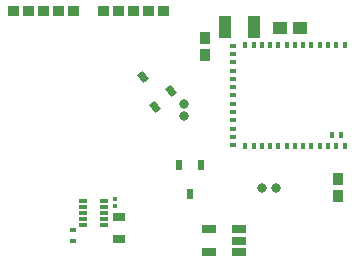
<source format=gts>
G04*
G04 #@! TF.GenerationSoftware,Altium Limited,Altium Designer,25.4.2 (15)*
G04*
G04 Layer_Color=8388736*
%FSTAX24Y24*%
%MOIN*%
G70*
G04*
G04 #@! TF.SameCoordinates,12F9F1C2-4B93-4E5A-9412-C193BA208CB0*
G04*
G04*
G04 #@! TF.FilePolarity,Negative*
G04*
G01*
G75*
%ADD17R,0.0377X0.0416*%
%ADD24R,0.0413X0.0315*%
%ADD26R,0.0236X0.0177*%
%ADD30R,0.0475X0.0417*%
%ADD31R,0.0177X0.0217*%
%ADD32R,0.0217X0.0177*%
%ADD33R,0.0473X0.0256*%
%ADD34R,0.0237X0.0335*%
G04:AMPARAMS|DCode=35|XSize=23.7mil|YSize=33.5mil|CornerRadius=0mil|HoleSize=0mil|Usage=FLASHONLY|Rotation=223.000|XOffset=0mil|YOffset=0mil|HoleType=Round|Shape=Rectangle|*
%AMROTATEDRECTD35*
4,1,4,-0.0028,0.0203,0.0201,-0.0042,0.0028,-0.0203,-0.0201,0.0042,-0.0028,0.0203,0.0*
%
%ADD35ROTATEDRECTD35*%

%ADD36R,0.0118X0.0158*%
%ADD37R,0.0256X0.0118*%
%ADD38R,0.0256X0.0130*%
%ADD39C,0.0320*%
%ADD40R,0.0414X0.0729*%
G36*
X024704Y01855D02*
X024344D01*
Y01887D01*
X024704D01*
Y01855D01*
D02*
G37*
G36*
X024204D02*
X023844D01*
Y01887D01*
X024204D01*
Y01855D01*
D02*
G37*
G36*
X023704D02*
X023344D01*
Y01887D01*
X023704D01*
Y01855D01*
D02*
G37*
G36*
X023204D02*
X022844D01*
Y01887D01*
X023204D01*
Y01855D01*
D02*
G37*
G36*
X022704D02*
X022344D01*
Y01887D01*
X022704D01*
Y01855D01*
D02*
G37*
G36*
X021704D02*
X021344D01*
Y01887D01*
X021704D01*
Y01855D01*
D02*
G37*
G36*
X021204D02*
X020844D01*
Y01887D01*
X021204D01*
Y01855D01*
D02*
G37*
G36*
X020704D02*
X020344D01*
Y01887D01*
X020704D01*
Y01855D01*
D02*
G37*
G36*
X020204D02*
X019844D01*
Y01887D01*
X020204D01*
Y01855D01*
D02*
G37*
G36*
X019704D02*
X019344D01*
Y01887D01*
X019704D01*
Y01855D01*
D02*
G37*
D17*
X02588Y01725D02*
D03*
Y017802D02*
D03*
X03034Y013106D02*
D03*
Y012554D02*
D03*
D24*
X023034Y011108D02*
D03*
Y011837D02*
D03*
D26*
X021484Y01105D02*
D03*
Y011424D02*
D03*
D30*
X028405Y01815D02*
D03*
X029055D02*
D03*
D31*
X02779Y014227D02*
D03*
X028341D02*
D03*
X027514D02*
D03*
X027238Y017573D02*
D03*
X03027D02*
D03*
X030112Y014581D02*
D03*
X029994Y014227D02*
D03*
X029719D02*
D03*
Y017573D02*
D03*
X029994D02*
D03*
X027238Y014227D02*
D03*
X028616D02*
D03*
X028892D02*
D03*
X03027D02*
D03*
X030546D02*
D03*
X029443Y017573D02*
D03*
X029168D02*
D03*
X028892D02*
D03*
X028616D02*
D03*
X028341D02*
D03*
X028065Y014227D02*
D03*
X027514Y017573D02*
D03*
X029443Y014227D02*
D03*
X029168D02*
D03*
X030427Y014581D02*
D03*
X02779Y017573D02*
D03*
X028065D02*
D03*
X030546D02*
D03*
D32*
X026825Y016727D02*
D03*
Y015349D02*
D03*
Y014798D02*
D03*
Y015073D02*
D03*
Y015624D02*
D03*
Y0159D02*
D03*
Y016176D02*
D03*
Y016451D02*
D03*
Y017002D02*
D03*
Y017278D02*
D03*
Y014522D02*
D03*
Y014246D02*
D03*
Y017554D02*
D03*
D33*
X027022Y010686D02*
D03*
Y01106D02*
D03*
Y011434D02*
D03*
X026038D02*
D03*
Y010686D02*
D03*
D34*
X0254Y012608D02*
D03*
X025774Y013592D02*
D03*
X025026D02*
D03*
D35*
X023814Y0165D02*
D03*
X024212Y015525D02*
D03*
X024759Y016035D02*
D03*
D36*
X022884Y012445D02*
D03*
Y012229D02*
D03*
D37*
X021826Y012384D02*
D03*
Y012187D02*
D03*
X022534Y01199D02*
D03*
Y011793D02*
D03*
X021826Y011596D02*
D03*
Y011793D02*
D03*
Y01199D02*
D03*
X022534Y012187D02*
D03*
Y012384D02*
D03*
D38*
Y01159D02*
D03*
D39*
X0252Y01563D02*
D03*
X02825Y0128D02*
D03*
X0278D02*
D03*
X02521Y015206D02*
D03*
D40*
X026548Y01817D02*
D03*
X027532D02*
D03*
M02*

</source>
